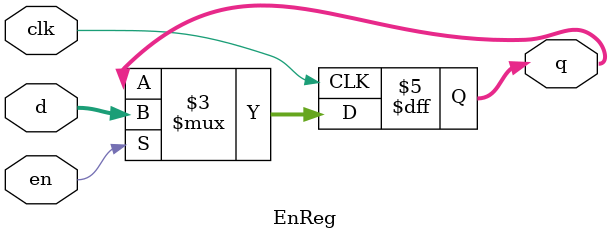
<source format=v>
`timescale 1ns / 1ps


module EnReg #(
    parameter DATA_WIDTH = 8
)(
    input en,
    input clk,
    input [DATA_WIDTH-1:0] d,
    output reg [DATA_WIDTH-1:0] q
);
    
    initial begin
        q <= 0;    
    end
    
    always@(negedge clk) begin
        if(en) 
            q <= d;
    end
    
endmodule

</source>
